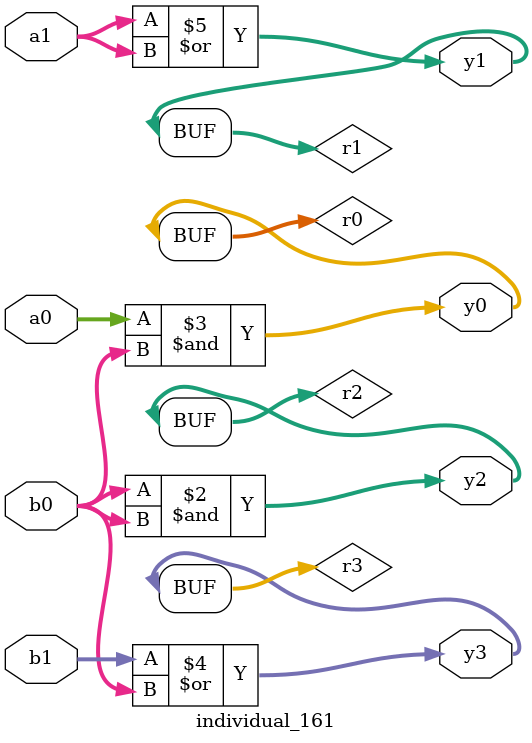
<source format=sv>
module individual_161(input logic [15:0] a1, input logic [15:0] a0, input logic [15:0] b1, input logic [15:0] b0, output logic [15:0] y3, output logic [15:0] y2, output logic [15:0] y1, output logic [15:0] y0);
logic [15:0] r0, r1, r2, r3; 
 always@(*) begin 
	 r0 = a0; r1 = a1; r2 = b0; r3 = b1; 
 	 r2  &=  r2 ;
 	 r0  &=  b0 ;
 	 r3  |=  b0 ;
 	 r1  |=  a1 ;
 	 y3 = r3; y2 = r2; y1 = r1; y0 = r0; 
end
endmodule
</source>
